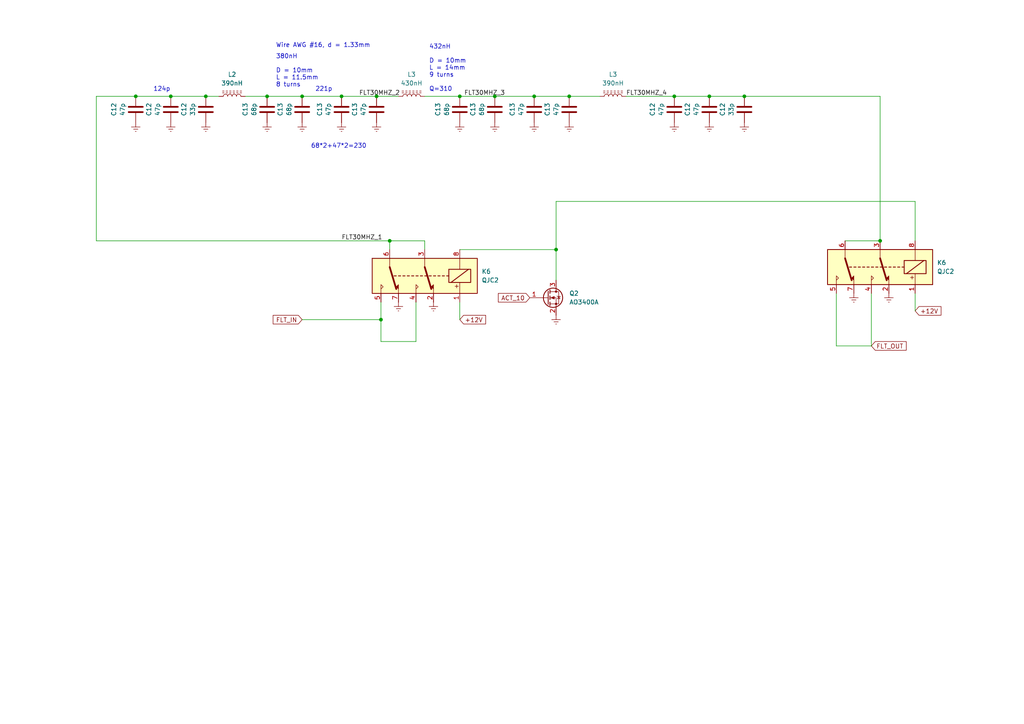
<source format=kicad_sch>
(kicad_sch (version 20230121) (generator eeschema)
  (paper "A4")
  (lib_symbols
    (symbol "Device:C" (pin_numbers hide) (pin_names (offset 0.254))
      (property "Reference" "C" (at 0.635 2.54 0))
      (property "Value" "C" (at 0.635 -2.54 0))
      (symbol "C_0_1"
        (polyline (pts (xy -2.032 -0.762) (xy 2.032 -0.762)) (stroke (width 0.508)))
        (polyline (pts (xy -2.032 0.762) (xy 2.032 0.762)) (stroke (width 0.508)))
      )
      (symbol "C_1_1"
        (pin passive line (at 0 3.81 270) (length 2.794) (name "~") (number "1"))
        (pin passive line (at 0 -3.81 90) (length 2.794) (name "~") (number "2"))
      )
    )
    (symbol "Device:L_Ferrite" (pin_numbers hide) (pin_names (offset 1.016) hide)
      (property "Reference" "L" (at -1.27 0 90))
      (property "Value" "L_Ferrite" (at 2.794 0 90))
      (symbol "L_Ferrite_0_1"
        (arc (start 0 -2.54) (mid 0.6323 -1.905) (end 0 -1.27))
        (arc (start 0 -1.27) (mid 0.6323 -0.635) (end 0 0))
        (polyline (pts (xy 1.016 -2.794) (xy 1.016 -2.286)))
        (polyline (pts (xy 1.016 -1.778) (xy 1.016 -1.27)))
        (polyline (pts (xy 1.016 -0.762) (xy 1.016 -0.254)))
        (polyline (pts (xy 1.016 0.254) (xy 1.016 0.762)))
        (polyline (pts (xy 1.016 1.27) (xy 1.016 1.778)))
        (polyline (pts (xy 1.016 2.286) (xy 1.016 2.794)))
        (polyline (pts (xy 1.524 -2.286) (xy 1.524 -2.794)))
        (polyline (pts (xy 1.524 -1.27) (xy 1.524 -1.778)))
        (polyline (pts (xy 1.524 -0.254) (xy 1.524 -0.762)))
        (polyline (pts (xy 1.524 0.762) (xy 1.524 0.254)))
        (polyline (pts (xy 1.524 1.778) (xy 1.524 1.27)))
        (polyline (pts (xy 1.524 2.794) (xy 1.524 2.286)))
        (arc (start 0 0) (mid 0.6323 0.635) (end 0 1.27))
        (arc (start 0 1.27) (mid 0.6323 1.905) (end 0 2.54))
      )
      (symbol "L_Ferrite_1_1"
        (pin passive line (at 0 3.81 270) (length 1.27) (name "1") (number "1"))
        (pin passive line (at 0 -3.81 90) (length 1.27) (name "2") (number "2"))
      )
    )
    (symbol "Relay:G6K-2"
      (property "Reference" "K" (at 16.51 3.81 0))
      (property "Value" "G6K-2" (at 16.51 1.27 0))
      (symbol "G6K-2_0_0"
        (text "+" (at -9.271 2.921 0) (effects (font (size 1.27 1.27))))
      )
      (symbol "G6K-2_0_1"
        (rectangle (start -15.24 5.08) (end 15.24 -5.08) (stroke (width 0.254)) (fill (type background)))
        (rectangle (start -13.335 1.905) (end -6.985 -1.905) (stroke (width 0.254)))
        (polyline (pts (xy -12.7 -1.905) (xy -7.62 1.905)) (stroke (width 0.254)))
        (polyline (pts (xy -10.16 -5.08) (xy -10.16 -1.905)))
        (polyline (pts (xy -10.16 5.08) (xy -10.16 1.905)))
        (polyline (pts (xy -6.985 0) (xy -6.35 0)) (stroke (width 0.254)))
        (polyline (pts (xy -5.715 0) (xy -5.08 0)) (stroke (width 0.254)))
        (polyline (pts (xy -4.445 0) (xy -3.81 0)) (stroke (width 0.254)))
        (polyline (pts (xy -3.175 0) (xy -2.54 0)) (stroke (width 0.254)))
        (polyline (pts (xy -1.905 0) (xy -1.27 0)) (stroke (width 0.254)))
        (polyline (pts (xy -0.635 0) (xy 0 0)) (stroke (width 0.254)))
        (polyline (pts (xy 0 -2.54) (xy -1.905 3.81)) (stroke (width 0.508)))
        (polyline (pts (xy 0 -2.54) (xy 0 -5.08)))
        (polyline (pts (xy 0.635 0) (xy 1.27 0)) (stroke (width 0.254)))
        (polyline (pts (xy 1.905 0) (xy 2.54 0)) (stroke (width 0.254)))
        (polyline (pts (xy 3.175 0) (xy 3.81 0)) (stroke (width 0.254)))
        (polyline (pts (xy 4.445 0) (xy 5.08 0)) (stroke (width 0.254)))
        (polyline (pts (xy 5.715 0) (xy 6.35 0)) (stroke (width 0.254)))
        (polyline (pts (xy 6.985 0) (xy 7.62 0)) (stroke (width 0.254)))
        (polyline (pts (xy 8.255 0) (xy 8.89 0)) (stroke (width 0.254)))
        (polyline (pts (xy 10.16 -2.54) (xy 8.255 3.81)) (stroke (width 0.508)))
        (polyline (pts (xy 10.16 -2.54) (xy 10.16 -5.08)))
        (polyline (pts (xy -2.54 5.08) (xy -2.54 2.54) (xy -1.905 3.175) (xy -2.54 3.81)) (fill (type outline)))
        (polyline (pts (xy 2.54 5.08) (xy 2.54 2.54) (xy 1.905 3.175) (xy 2.54 3.81)))
        (polyline (pts (xy 7.62 5.08) (xy 7.62 2.54) (xy 8.255 3.175) (xy 7.62 3.81)) (fill (type outline)))
        (polyline (pts (xy 12.7 5.08) (xy 12.7 2.54) (xy 12.065 3.175) (xy 12.7 3.81)))
      )
      (symbol "G6K-2_1_1"
        (pin passive line (at -10.16 7.62 270) (length 2.54) (name "~") (number "1"))
        (pin passive line (at -2.54 7.62 270) (length 2.54) (name "~") (number "2"))
        (pin passive line (at 0 -7.62 90) (length 2.54) (name "~") (number "3"))
        (pin passive line (at 2.54 7.62 270) (length 2.54) (name "~") (number "4"))
        (pin passive line (at 12.7 7.62 270) (length 2.54) (name "~") (number "5"))
        (pin passive line (at 10.16 -7.62 90) (length 2.54) (name "~") (number "6"))
        (pin passive line (at 7.62 7.62 270) (length 2.54) (name "~") (number "7"))
        (pin passive line (at -10.16 -7.62 90) (length 2.54) (name "~") (number "8"))
      )
    )
    (symbol "Transistor_FET:AO3400A" (pin_names hide)
      (property "Reference" "Q" (at 5.08 1.905 0))
      (property "Value" "AO3400A" (at 5.08 0 0))
      (symbol "AO3400A_0_1"
        (polyline (pts (xy 0.254 0) (xy -2.54 0)))
        (polyline (pts (xy 0.254 1.905) (xy 0.254 -1.905)) (stroke (width 0.254)))
        (polyline (pts (xy 0.762 -1.27) (xy 0.762 -2.286)) (stroke (width 0.254)))
        (polyline (pts (xy 0.762 0.508) (xy 0.762 -0.508)) (stroke (width 0.254)))
        (polyline (pts (xy 0.762 2.286) (xy 0.762 1.27)) (stroke (width 0.254)))
        (polyline (pts (xy 2.54 2.54) (xy 2.54 1.778)))
        (polyline (pts (xy 2.54 -2.54) (xy 2.54 0) (xy 0.762 0)))
        (polyline (pts (xy 0.762 -1.778) (xy 3.302 -1.778) (xy 3.302 1.778) (xy 0.762 1.778)))
        (polyline (pts (xy 1.016 0) (xy 2.032 0.381) (xy 2.032 -0.381) (xy 1.016 0)) (fill (type outline)))
        (polyline (pts (xy 2.794 0.508) (xy 2.921 0.381) (xy 3.683 0.381) (xy 3.81 0.254)))
        (polyline (pts (xy 3.302 0.381) (xy 2.921 -0.254) (xy 3.683 -0.254) (xy 3.302 0.381)))
        (circle (center 1.651 0) (radius 2.794) (stroke (width 0.254)))
        (circle (center 2.54 -1.778) (radius 0.254) (fill (type outline)))
        (circle (center 2.54 1.778) (radius 0.254) (fill (type outline)))
      )
      (symbol "AO3400A_1_1"
        (pin input line (at -5.08 0 0) (length 2.54) (name "G") (number "1"))
        (pin passive line (at 2.54 -5.08 90) (length 2.54) (name "S") (number "2"))
        (pin passive line (at 2.54 5.08 270) (length 2.54) (name "D") (number "3"))
      )
    )
    (symbol "power:Earth" (power) (pin_names (offset 0))
      (symbol "Earth_0_1"
        (polyline (pts (xy -0.635 -1.905) (xy 0.635 -1.905)))
        (polyline (pts (xy -0.127 -2.54) (xy 0.127 -2.54)))
        (polyline (pts (xy 0 -1.27) (xy 0 0)))
        (polyline (pts (xy 1.27 -1.27) (xy -1.27 -1.27)))
      )
      (symbol "Earth_1_1"
        (pin power_in line (at 0 0 270) (length 0) hide (name "Earth") (number "1"))
      )
    )
  )
  (junction (at 255.27 69.85))
  (junction (at 205.74 27.94))
  (junction (at 87.63 27.94))
  (junction (at 165.1 27.94))
  (junction (at 49.53 27.94))
  (junction (at 77.47 27.94))
  (junction (at 154.94 27.94))
  (junction (at 99.06 27.94))
  (junction (at 161.29 72.39))
  (junction (at 113.03 69.85))
  (junction (at 59.69 27.94))
  (junction (at 133.35 27.94))
  (junction (at 39.37 27.94))
  (junction (at 195.58 27.94))
  (junction (at 143.51 27.94))
  (junction (at 110.49 92.71))
  (junction (at 215.9 27.94))
  (junction (at 109.22 27.94))
  (wire (pts (xy 123.19 72.39) (xy 123.19 69.85)))
  (wire (pts (xy 113.03 72.39) (xy 113.03 69.85)))
  (wire (pts (xy 77.47 27.94) (xy 87.63 27.94)))
  (wire (pts (xy 123.19 27.94) (xy 133.35 27.94)))
  (wire (pts (xy 71.12 27.94) (xy 77.47 27.94)))
  (wire (pts (xy 59.69 27.94) (xy 63.5 27.94)))
  (wire (pts (xy 87.63 27.94) (xy 99.06 27.94)))
  (wire (pts (xy 39.37 27.94) (xy 49.53 27.94)))
  (wire (pts (xy 120.65 99.06) (xy 110.49 99.06)))
  (wire (pts (xy 255.27 69.85) (xy 255.27 27.94)))
  (wire (pts (xy 110.49 99.06) (xy 110.49 92.71)))
  (wire (pts (xy 120.65 87.63) (xy 120.65 99.06)))
  (wire (pts (xy 205.74 27.94) (xy 215.9 27.94)))
  (wire (pts (xy 133.35 92.71) (xy 133.35 87.63)))
  (wire (pts (xy 27.94 69.85) (xy 27.94 27.94)))
  (wire (pts (xy 165.1 27.94) (xy 173.99 27.94)))
  (wire (pts (xy 181.61 27.94) (xy 195.58 27.94)))
  (wire (pts (xy 161.29 72.39) (xy 161.29 81.28)))
  (wire (pts (xy 161.29 58.42) (xy 161.29 72.39)))
  (wire (pts (xy 195.58 27.94) (xy 205.74 27.94)))
  (wire (pts (xy 113.03 69.85) (xy 123.19 69.85)))
  (wire (pts (xy 154.94 27.94) (xy 165.1 27.94)))
  (wire (pts (xy 245.11 69.85) (xy 255.27 69.85)))
  (wire (pts (xy 133.35 72.39) (xy 161.29 72.39)))
  (wire (pts (xy 252.73 100.33) (xy 242.57 100.33)))
  (wire (pts (xy 27.94 27.94) (xy 39.37 27.94)))
  (wire (pts (xy 242.57 100.33) (xy 242.57 85.09)))
  (wire (pts (xy 143.51 27.94) (xy 154.94 27.94)))
  (wire (pts (xy 49.53 27.94) (xy 59.69 27.94)))
  (wire (pts (xy 265.43 58.42) (xy 161.29 58.42)))
  (wire (pts (xy 265.43 85.09) (xy 265.43 90.17)))
  (wire (pts (xy 113.03 69.85) (xy 27.94 69.85)))
  (wire (pts (xy 215.9 27.94) (xy 255.27 27.94)))
  (wire (pts (xy 133.35 27.94) (xy 143.51 27.94)))
  (wire (pts (xy 110.49 87.63) (xy 110.49 92.71)))
  (wire (pts (xy 87.63 92.71) (xy 110.49 92.71)))
  (wire (pts (xy 109.22 27.94) (xy 115.57 27.94)))
  (wire (pts (xy 252.73 85.09) (xy 252.73 100.33)))
  (wire (pts (xy 99.06 27.94) (xy 109.22 27.94)))
  (wire (pts (xy 265.43 69.85) (xy 265.43 58.42)))
  (text "432nH\n\nD = 10mm\nL = 14mm\n9 turns\n\nQ=310\n" (at 124.46 26.67 0) (effects (font (size 1.27 1.27)) (justify left bottom)))
  (text "68*2+47*2=230" (at 90.17 43.18 0) (effects (font (size 1.27 1.27)) (justify left bottom)))
  (text "124p" (at 44.45 26.67 0) (effects (font (size 1.27 1.27)) (justify left bottom)))
  (text "380nH\n\nD = 10mm\nL = 11.5mm\n8 turns" (at 80.01 25.4 0) (effects (font (size 1.27 1.27)) (justify left bottom)))
  (text "Wire AWG #16, d = 1.33mm" (at 80.01 13.97 0) (effects (font (size 1.27 1.27)) (justify left bottom)))
  (text "221p" (at 91.44 26.67 0) (effects (font (size 1.27 1.27)) (justify left bottom)))
  (label "FLT30MHZ_1" (at 99.06 69.85 0))
  (label "FLT30MHZ_3" (at 134.62 27.94 0))
  (label "FLT30MHZ_2" (at 104.14 27.94 0))
  (label "FLT30MHZ_4" (at 181.61 27.94 0))
  (global_label "FLT_IN" (shape input) (at 87.63 92.71 180) (property "Intersheetrefs" "${INTERSHEET_REFS}" (effects hide)))
  (global_label "+12V" (shape input) (at 265.43 90.17 0) (property "Intersheetrefs" "${INTERSHEET_REFS}" (effects hide)))
  (global_label "ACT_10" (shape input) (at 153.67 86.36 180) (property "Intersheetrefs" "${INTERSHEET_REFS}" (effects hide)))
  (global_label "FLT_OUT" (shape input) (at 252.73 100.33 0) (property "Intersheetrefs" "${INTERSHEET_REFS}" (effects hide)))
  (global_label "+12V" (shape input) (at 133.35 92.71 0) (property "Intersheetrefs" "${INTERSHEET_REFS}" (effects hide)))
  (symbol (lib_id "power:Earth") (at 39.37 35.56 0) (mirror y) (unit 1)
    (property "Reference" "#PWR018" (effects hide))
    (property "Value" "Earth" (effects hide))
    (instances (project "PA_LPF" (path "" (reference "#PWR018") (unit 1))) (project "BPF_TX_INJ" (path "" (reference "#PWR025") (unit 1))) (project "HiPowerLPF" (path "" (reference "#PWR09") (unit 1)) (path "" (reference "#PWR043") (unit 1)) (path "" (reference "#PWR09") (unit 1)) (path "" (reference "#PWR017") (unit 1)) (path "" (reference "#PWR025") (unit 1)) (path "" (reference "#PWR086") (unit 1))) (project "RF_PA" (path "" (reference "#PWR014") (unit 1))) (project "AD831_Mixer" (path "" (reference "#PWR020") (unit 1))))
  )
  (symbol (lib_id "Device:C") (at 87.63 31.75 0) (mirror x) (unit 1)
    (property "Reference" "C13" (at 81.28 31.75 90))
    (property "Value" "68p" (at 83.82 31.75 90))
    (property "Footprint" "Capacitor_SMD:C_1206_3216Metric" (effects hide))
    (instances (project "PA_LPF" (path "" (reference "C13") (unit 1))) (project "BPF_TX_INJ" (path "" (reference "C15") (unit 1))) (project "HiPowerLPF" (path "" (reference "C4") (unit 1)) (path "" (reference "C17") (unit 1)) (path "" (reference "C4") (unit 1)) (path "" (reference "C8") (unit 1)) (path "" (reference "C20") (unit 1)) (path "" (reference "C59") (unit 1))) (project "RF_PA" (path "" (reference "C4") (unit 1))) (project "AD831_Mixer" (path "" (reference "C19") (unit 1))))
  )
  (symbol (lib_id "Device:C") (at 99.06 31.75 0) (mirror x) (unit 1)
    (property "Reference" "C13" (at 92.71 31.75 90))
    (property "Value" "47p" (at 95.25 31.75 90))
    (property "Footprint" "Capacitor_SMD:C_1206_3216Metric" (effects hide))
    (instances (project "PA_LPF" (path "" (reference "C13") (unit 1))) (project "BPF_TX_INJ" (path "" (reference "C15") (unit 1))) (project "HiPowerLPF" (path "" (reference "C4") (unit 1)) (path "" (reference "C17") (unit 1)) (path "" (reference "C4") (unit 1)) (path "" (reference "C8") (unit 1)) (path "" (reference "C20") (unit 1)) (path "" (reference "C60") (unit 1))) (project "RF_PA" (path "" (reference "C4") (unit 1))) (project "AD831_Mixer" (path "" (reference "C19") (unit 1))))
  )
  (symbol (lib_id "power:Earth") (at 161.29 91.44 0) (mirror y) (unit 1)
    (property "Reference" "#PWR022" (effects hide))
    (property "Value" "Earth" (effects hide))
    (instances (project "PA_LPF" (path "" (reference "#PWR022") (unit 1))) (project "BPF_TX_INJ" (path "" (reference "#PWR023") (unit 1))) (project "HiPowerLPF" (path "" (reference "#PWR013") (unit 1)) (path "" (reference "#PWR049") (unit 1)) (path "" (reference "#PWR015") (unit 1)) (path "" (reference "#PWR022") (unit 1)) (path "" (reference "#PWR053") (unit 1)) (path "" (reference "#PWR060") (unit 1))) (project "RF_PA" (path "" (reference "#PWR019") (unit 1))) (project "AD831_Mixer" (path "" (reference "#PWR020") (unit 1))))
  )
  (symbol (lib_id "Device:C") (at 143.51 31.75 0) (mirror x) (unit 1)
    (property "Reference" "C13" (at 137.16 31.75 90))
    (property "Value" "68p" (at 139.7 31.75 90))
    (property "Footprint" "Capacitor_SMD:C_1206_3216Metric" (effects hide))
    (instances (project "PA_LPF" (path "" (reference "C13") (unit 1))) (project "BPF_TX_INJ" (path "" (reference "C15") (unit 1))) (project "HiPowerLPF" (path "" (reference "C4") (unit 1)) (path "" (reference "C17") (unit 1)) (path "" (reference "C4") (unit 1)) (path "" (reference "C8") (unit 1)) (path "" (reference "C20") (unit 1)) (path "" (reference "C26") (unit 1))) (project "RF_PA" (path "" (reference "C4") (unit 1))) (project "AD831_Mixer" (path "" (reference "C19") (unit 1))))
  )
  (symbol (lib_id "power:Earth") (at 109.22 35.56 0) (mirror y) (unit 1)
    (property "Reference" "#PWR020" (effects hide))
    (property "Value" "Earth" (effects hide))
    (instances (project "PA_LPF" (path "" (reference "#PWR020") (unit 1))) (project "BPF_TX_INJ" (path "" (reference "#PWR025") (unit 1))) (project "HiPowerLPF" (path "" (reference "#PWR011") (unit 1)) (path "" (reference "#PWR044") (unit 1)) (path "" (reference "#PWR011") (unit 1)) (path "" (reference "#PWR018") (unit 1)) (path "" (reference "#PWR026") (unit 1)) (path "" (reference "#PWR089") (unit 1))) (project "RF_PA" (path "" (reference "#PWR012") (unit 1))) (project "AD831_Mixer" (path "" (reference "#PWR020") (unit 1))))
  )
  (symbol (lib_id "Device:C") (at 215.9 31.75 0) (mirror x) (unit 1)
    (property "Reference" "C12" (at 209.55 31.75 90))
    (property "Value" "33p" (at 212.09 31.75 90))
    (property "Footprint" "Capacitor_SMD:C_1206_3216Metric" (effects hide))
    (instances (project "PA_LPF" (path "" (reference "C12") (unit 1))) (project "BPF_TX_INJ" (path "" (reference "C15") (unit 1))) (project "HiPowerLPF" (path "" (reference "C3") (unit 1)) (path "" (reference "C16") (unit 1)) (path "" (reference "C3") (unit 1)) (path "" (reference "C7") (unit 1)) (path "" (reference "C11") (unit 1)) (path "" (reference "C64") (unit 1))) (project "RF_PA" (path "" (reference "C3") (unit 1))) (project "AD831_Mixer" (path "" (reference "C19") (unit 1))))
  )
  (symbol (lib_id "power:Earth") (at 115.57 87.63 0) (mirror y) (unit 1)
    (property "Reference" "#PWR021" (effects hide))
    (property "Value" "Earth" (effects hide))
    (instances (project "PA_LPF" (path "" (reference "#PWR021") (unit 1))) (project "BPF_TX_INJ" (path "" (reference "#PWR022") (unit 1))) (project "HiPowerLPF" (path "" (reference "#PWR012") (unit 1)) (path "" (reference "#PWR045") (unit 1)) (path "" (reference "#PWR012") (unit 1)) (path "" (reference "#PWR019") (unit 1)) (path "" (reference "#PWR050") (unit 1)) (path "" (reference "#PWR057") (unit 1))) (project "RF_PA" (path "" (reference "#PWR016") (unit 1))) (project "AD831_Mixer" (path "" (reference "#PWR020") (unit 1))))
  )
  (symbol (lib_id "power:Earth") (at 154.94 35.56 0) (mirror y) (unit 1)
    (property "Reference" "#PWR020" (effects hide))
    (property "Value" "Earth" (effects hide))
    (instances (project "PA_LPF" (path "" (reference "#PWR020") (unit 1))) (project "BPF_TX_INJ" (path "" (reference "#PWR025") (unit 1))) (project "HiPowerLPF" (path "" (reference "#PWR011") (unit 1)) (path "" (reference "#PWR044") (unit 1)) (path "" (reference "#PWR011") (unit 1)) (path "" (reference "#PWR018") (unit 1)) (path "" (reference "#PWR026") (unit 1)) (path "" (reference "#PWR093") (unit 1))) (project "RF_PA" (path "" (reference "#PWR012") (unit 1))) (project "AD831_Mixer" (path "" (reference "#PWR020") (unit 1))))
  )
  (symbol (lib_id "Device:C") (at 39.37 31.75 0) (mirror x) (unit 1)
    (property "Reference" "C12" (at 33.02 31.75 90))
    (property "Value" "47p" (at 35.56 31.75 90))
    (property "Footprint" "Capacitor_SMD:C_1206_3216Metric" (effects hide))
    (instances (project "PA_LPF" (path "" (reference "C12") (unit 1))) (project "BPF_TX_INJ" (path "" (reference "C15") (unit 1))) (project "HiPowerLPF" (path "" (reference "C3") (unit 1)) (path "" (reference "C16") (unit 1)) (path "" (reference "C3") (unit 1)) (path "" (reference "C7") (unit 1)) (path "" (reference "C11") (unit 1)) (path "" (reference "C58") (unit 1))) (project "RF_PA" (path "" (reference "C3") (unit 1))) (project "AD831_Mixer" (path "" (reference "C19") (unit 1))))
  )
  (symbol (lib_id "power:Earth") (at 87.63 35.56 0) (mirror y) (unit 1)
    (property "Reference" "#PWR020" (effects hide))
    (property "Value" "Earth" (effects hide))
    (instances (project "PA_LPF" (path "" (reference "#PWR020") (unit 1))) (project "BPF_TX_INJ" (path "" (reference "#PWR025") (unit 1))) (project "HiPowerLPF" (path "" (reference "#PWR011") (unit 1)) (path "" (reference "#PWR044") (unit 1)) (path "" (reference "#PWR011") (unit 1)) (path "" (reference "#PWR018") (unit 1)) (path "" (reference "#PWR026") (unit 1)) (path "" (reference "#PWR087") (unit 1))) (project "RF_PA" (path "" (reference "#PWR012") (unit 1))) (project "AD831_Mixer" (path "" (reference "#PWR020") (unit 1))))
  )
  (symbol (lib_id "power:Earth") (at 125.73 87.63 0) (mirror y) (unit 1)
    (property "Reference" "#PWR022" (effects hide))
    (property "Value" "Earth" (effects hide))
    (instances (project "PA_LPF" (path "" (reference "#PWR022") (unit 1))) (project "BPF_TX_INJ" (path "" (reference "#PWR023") (unit 1))) (project "HiPowerLPF" (path "" (reference "#PWR013") (unit 1)) (path "" (reference "#PWR046") (unit 1)) (path "" (reference "#PWR013") (unit 1)) (path "" (reference "#PWR020") (unit 1)) (path "" (reference "#PWR051") (unit 1)) (path "" (reference "#PWR058") (unit 1))) (project "RF_PA" (path "" (reference "#PWR019") (unit 1))) (project "AD831_Mixer" (path "" (reference "#PWR020") (unit 1))))
  )
  (symbol (lib_id "Transistor_FET:AO3400A") (at 158.75 86.36 0) (unit 1)
    (property "Reference" "Q2" (at 165.1 85.09 0) (effects (justify left)))
    (property "Value" "AO3400A" (at 165.1 87.63 0) (effects (justify left)))
    (property "Footprint" "Package_TO_SOT_SMD:SOT-23" (effects hide))
    (property "Datasheet" "http://www.aosmd.com/pdfs/datasheet/AO3400A.pdf" (effects hide))
    (instances (project "HiPowerLPF" (path "" (reference "Q2") (unit 1)) (path "" (reference "Q3") (unit 1)) (path "" (reference "Q4") (unit 1)) (path "" (reference "Q5") (unit 1)) (path "" (reference "Q6") (unit 1))))
  )
  (symbol (lib_id "Relay:G6K-2") (at 123.19 80.01 180) (unit 1)
    (property "Reference" "K6" (at 139.7 78.74 0) (effects (justify right)))
    (property "Value" "QJC2" (at 139.7 81.28 0) (effects (justify right)))
    (property "Footprint" "PhilsFootprintLibrary:Relay_QJC2" (effects hide))
    (property "Datasheet" "http://omronfs.omron.com/en_US/ecb/products/pdf/en-g6k.pdf" (effects hide))
    (instances (project "HiPowerLPF" (path "" (reference "K6") (unit 1)) (path "" (reference "K1") (unit 1)) (path "" (reference "K2") (unit 1)) (path "" (reference "K4") (unit 1)) (path "" (reference "K5") (unit 1))))
  )
  (symbol (lib_id "power:Earth") (at 59.69 35.56 0) (mirror y) (unit 1)
    (property "Reference" "#PWR018" (effects hide))
    (property "Value" "Earth" (effects hide))
    (instances (project "PA_LPF" (path "" (reference "#PWR018") (unit 1))) (project "BPF_TX_INJ" (path "" (reference "#PWR025") (unit 1))) (project "HiPowerLPF" (path "" (reference "#PWR09") (unit 1)) (path "" (reference "#PWR043") (unit 1)) (path "" (reference "#PWR09") (unit 1)) (path "" (reference "#PWR017") (unit 1)) (path "" (reference "#PWR025") (unit 1)) (path "" (reference "#PWR055") (unit 1))) (project "RF_PA" (path "" (reference "#PWR014") (unit 1))) (project "AD831_Mixer" (path "" (reference "#PWR020") (unit 1))))
  )
  (symbol (lib_id "Device:C") (at 109.22 31.75 0) (mirror x) (unit 1)
    (property "Reference" "C13" (at 102.87 31.75 90))
    (property "Value" "47p" (at 105.41 31.75 90))
    (property "Footprint" "Capacitor_SMD:C_1206_3216Metric" (effects hide))
    (instances (project "PA_LPF" (path "" (reference "C13") (unit 1))) (project "BPF_TX_INJ" (path "" (reference "C15") (unit 1))) (project "HiPowerLPF" (path "" (reference "C4") (unit 1)) (path "" (reference "C17") (unit 1)) (path "" (reference "C4") (unit 1)) (path "" (reference "C8") (unit 1)) (path "" (reference "C20") (unit 1)) (path "" (reference "C61") (unit 1))) (project "RF_PA" (path "" (reference "C4") (unit 1))) (project "AD831_Mixer" (path "" (reference "C19") (unit 1))))
  )
  (symbol (lib_id "power:Earth") (at 77.47 35.56 0) (mirror y) (unit 1)
    (property "Reference" "#PWR020" (effects hide))
    (property "Value" "Earth" (effects hide))
    (instances (project "PA_LPF" (path "" (reference "#PWR020") (unit 1))) (project "BPF_TX_INJ" (path "" (reference "#PWR025") (unit 1))) (project "HiPowerLPF" (path "" (reference "#PWR011") (unit 1)) (path "" (reference "#PWR044") (unit 1)) (path "" (reference "#PWR011") (unit 1)) (path "" (reference "#PWR018") (unit 1)) (path "" (reference "#PWR026") (unit 1)) (path "" (reference "#PWR056") (unit 1))) (project "RF_PA" (path "" (reference "#PWR012") (unit 1))) (project "AD831_Mixer" (path "" (reference "#PWR020") (unit 1))))
  )
  (symbol (lib_id "power:Earth") (at 205.74 35.56 0) (mirror y) (unit 1)
    (property "Reference" "#PWR018" (effects hide))
    (property "Value" "Earth" (effects hide))
    (instances (project "PA_LPF" (path "" (reference "#PWR018") (unit 1))) (project "BPF_TX_INJ" (path "" (reference "#PWR025") (unit 1))) (project "HiPowerLPF" (path "" (reference "#PWR09") (unit 1)) (path "" (reference "#PWR043") (unit 1)) (path "" (reference "#PWR09") (unit 1)) (path "" (reference "#PWR017") (unit 1)) (path "" (reference "#PWR025") (unit 1)) (path "" (reference "#PWR091") (unit 1))) (project "RF_PA" (path "" (reference "#PWR014") (unit 1))) (project "AD831_Mixer" (path "" (reference "#PWR020") (unit 1))))
  )
  (symbol (lib_id "Device:C") (at 195.58 31.75 0) (mirror x) (unit 1)
    (property "Reference" "C12" (at 189.23 31.75 90))
    (property "Value" "47p" (at 191.77 31.75 90))
    (property "Footprint" "Capacitor_SMD:C_1206_3216Metric" (effects hide))
    (instances (project "PA_LPF" (path "" (reference "C12") (unit 1))) (project "BPF_TX_INJ" (path "" (reference "C15") (unit 1))) (project "HiPowerLPF" (path "" (reference "C3") (unit 1)) (path "" (reference "C16") (unit 1)) (path "" (reference "C3") (unit 1)) (path "" (reference "C7") (unit 1)) (path "" (reference "C11") (unit 1)) (path "" (reference "C62") (unit 1))) (project "RF_PA" (path "" (reference "C3") (unit 1))) (project "AD831_Mixer" (path "" (reference "C19") (unit 1))))
  )
  (symbol (lib_id "Relay:G6K-2") (at 255.27 77.47 180) (unit 1)
    (property "Reference" "K6" (at 271.78 76.2 0) (effects (justify right)))
    (property "Value" "QJC2" (at 271.78 78.74 0) (effects (justify right)))
    (property "Footprint" "PhilsFootprintLibrary:Relay_QJC2" (effects hide))
    (property "Datasheet" "http://omronfs.omron.com/en_US/ecb/products/pdf/en-g6k.pdf" (effects hide))
    (instances (project "HiPowerLPF" (path "" (reference "K6") (unit 1)) (path "" (reference "K1") (unit 1)) (path "" (reference "K2") (unit 1)) (path "" (reference "K4") (unit 1)) (path "" (reference "K11") (unit 1))))
  )
  (symbol (lib_id "Device:C") (at 133.35 31.75 0) (mirror x) (unit 1)
    (property "Reference" "C13" (at 127 31.75 90))
    (property "Value" "68p" (at 129.54 31.75 90))
    (property "Footprint" "Capacitor_SMD:C_1206_3216Metric" (effects hide))
    (instances (project "PA_LPF" (path "" (reference "C13") (unit 1))) (project "BPF_TX_INJ" (path "" (reference "C15") (unit 1))) (project "HiPowerLPF" (path "" (reference "C4") (unit 1)) (path "" (reference "C17") (unit 1)) (path "" (reference "C4") (unit 1)) (path "" (reference "C8") (unit 1)) (path "" (reference "C20") (unit 1)) (path "" (reference "C25") (unit 1))) (project "RF_PA" (path "" (reference "C4") (unit 1))) (project "AD831_Mixer" (path "" (reference "C19") (unit 1))))
  )
  (symbol (lib_id "power:Earth") (at 99.06 35.56 0) (mirror y) (unit 1)
    (property "Reference" "#PWR020" (effects hide))
    (property "Value" "Earth" (effects hide))
    (instances (project "PA_LPF" (path "" (reference "#PWR020") (unit 1))) (project "BPF_TX_INJ" (path "" (reference "#PWR025") (unit 1))) (project "HiPowerLPF" (path "" (reference "#PWR011") (unit 1)) (path "" (reference "#PWR044") (unit 1)) (path "" (reference "#PWR011") (unit 1)) (path "" (reference "#PWR018") (unit 1)) (path "" (reference "#PWR026") (unit 1)) (path "" (reference "#PWR088") (unit 1))) (project "RF_PA" (path "" (reference "#PWR012") (unit 1))) (project "AD831_Mixer" (path "" (reference "#PWR020") (unit 1))))
  )
  (symbol (lib_id "power:Earth") (at 215.9 35.56 0) (mirror y) (unit 1)
    (property "Reference" "#PWR018" (effects hide))
    (property "Value" "Earth" (effects hide))
    (instances (project "PA_LPF" (path "" (reference "#PWR018") (unit 1))) (project "BPF_TX_INJ" (path "" (reference "#PWR025") (unit 1))) (project "HiPowerLPF" (path "" (reference "#PWR09") (unit 1)) (path "" (reference "#PWR043") (unit 1)) (path "" (reference "#PWR09") (unit 1)) (path "" (reference "#PWR017") (unit 1)) (path "" (reference "#PWR025") (unit 1)) (path "" (reference "#PWR092") (unit 1))) (project "RF_PA" (path "" (reference "#PWR014") (unit 1))) (project "AD831_Mixer" (path "" (reference "#PWR020") (unit 1))))
  )
  (symbol (lib_id "Device:L_Ferrite") (at 119.38 27.94 90) (unit 1)
    (property "Reference" "L3" (at 119.38 21.59 90))
    (property "Value" "430nH" (at 119.38 24.13 90))
    (property "Footprint" "PhilsFootprintLibrary:L_AirCore_L15_P15mm" (effects hide))
    (instances (project "PA_LPF" (path "" (reference "L3") (unit 1))) (project "HiPowerLPF" (path "" (reference "L2") (unit 1)) (path "" (reference "L7") (unit 1)) (path "" (reference "L2") (unit 1)) (path "" (reference "L8") (unit 1)) (path "" (reference "L11") (unit 1)) (path "" (reference "L14") (unit 1))) (project "RF_PA" (path "" (reference "L2") (unit 1))))
  )
  (symbol (lib_id "power:Earth") (at 133.35 35.56 0) (mirror y) (unit 1)
    (property "Reference" "#PWR020" (effects hide))
    (property "Value" "Earth" (effects hide))
    (instances (project "PA_LPF" (path "" (reference "#PWR020") (unit 1))) (project "BPF_TX_INJ" (path "" (reference "#PWR025") (unit 1))) (project "HiPowerLPF" (path "" (reference "#PWR011") (unit 1)) (path "" (reference "#PWR044") (unit 1)) (path "" (reference "#PWR011") (unit 1)) (path "" (reference "#PWR018") (unit 1)) (path "" (reference "#PWR026") (unit 1)) (path "" (reference "#PWR059") (unit 1))) (project "RF_PA" (path "" (reference "#PWR012") (unit 1))) (project "AD831_Mixer" (path "" (reference "#PWR020") (unit 1))))
  )
  (symbol (lib_id "Device:L_Ferrite") (at 177.8 27.94 90) (unit 1)
    (property "Reference" "L3" (at 177.8 21.59 90))
    (property "Value" "390nH" (at 177.8 24.13 90))
    (property "Footprint" "PhilsFootprintLibrary:L_AirCore_L15_P15mm" (effects hide))
    (instances (project "PA_LPF" (path "" (reference "L3") (unit 1))) (project "HiPowerLPF" (path "" (reference "L2") (unit 1)) (path "" (reference "L6") (unit 1)) (path "" (reference "L3") (unit 1)) (path "" (reference "L9") (unit 1)) (path "" (reference "L12") (unit 1)) (path "" (reference "L15") (unit 1))) (project "RF_PA" (path "" (reference "L2") (unit 1))))
  )
  (symbol (lib_id "power:Earth") (at 247.65 85.09 0) (mirror y) (unit 1)
    (property "Reference" "#PWR022" (effects hide))
    (property "Value" "Earth" (effects hide))
    (instances (project "PA_LPF" (path "" (reference "#PWR022") (unit 1))) (project "BPF_TX_INJ" (path "" (reference "#PWR023") (unit 1))) (project "HiPowerLPF" (path "" (reference "#PWR013") (unit 1)) (path "" (reference "#PWR046") (unit 1)) (path "" (reference "#PWR013") (unit 1)) (path "" (reference "#PWR020") (unit 1)) (path "" (reference "#PWR051") (unit 1)) (path "" (reference "#PWR084") (unit 1))) (project "RF_PA" (path "" (reference "#PWR019") (unit 1))) (project "AD831_Mixer" (path "" (reference "#PWR020") (unit 1))))
  )
  (symbol (lib_id "power:Earth") (at 143.51 35.56 0) (mirror y) (unit 1)
    (property "Reference" "#PWR020" (effects hide))
    (property "Value" "Earth" (effects hide))
    (instances (project "PA_LPF" (path "" (reference "#PWR020") (unit 1))) (project "BPF_TX_INJ" (path "" (reference "#PWR025") (unit 1))) (project "HiPowerLPF" (path "" (reference "#PWR011") (unit 1)) (path "" (reference "#PWR044") (unit 1)) (path "" (reference "#PWR011") (unit 1)) (path "" (reference "#PWR018") (unit 1)) (path "" (reference "#PWR026") (unit 1)) (path "" (reference "#PWR061") (unit 1))) (project "RF_PA" (path "" (reference "#PWR012") (unit 1))) (project "AD831_Mixer" (path "" (reference "#PWR020") (unit 1))))
  )
  (symbol (lib_id "Device:C") (at 154.94 31.75 0) (mirror x) (unit 1)
    (property "Reference" "C13" (at 148.59 31.75 90))
    (property "Value" "47p" (at 151.13 31.75 90))
    (property "Footprint" "Capacitor_SMD:C_1206_3216Metric" (effects hide))
    (instances (project "PA_LPF" (path "" (reference "C13") (unit 1))) (project "BPF_TX_INJ" (path "" (reference "C15") (unit 1))) (project "HiPowerLPF" (path "" (reference "C4") (unit 1)) (path "" (reference "C17") (unit 1)) (path "" (reference "C4") (unit 1)) (path "" (reference "C8") (unit 1)) (path "" (reference "C20") (unit 1)) (path "" (reference "C65") (unit 1))) (project "RF_PA" (path "" (reference "C4") (unit 1))) (project "AD831_Mixer" (path "" (reference "C19") (unit 1))))
  )
  (symbol (lib_id "Device:C") (at 165.1 31.75 0) (mirror x) (unit 1)
    (property "Reference" "C13" (at 158.75 31.75 90))
    (property "Value" "47p" (at 161.29 31.75 90))
    (property "Footprint" "Capacitor_SMD:C_1206_3216Metric" (effects hide))
    (instances (project "PA_LPF" (path "" (reference "C13") (unit 1))) (project "BPF_TX_INJ" (path "" (reference "C15") (unit 1))) (project "HiPowerLPF" (path "" (reference "C4") (unit 1)) (path "" (reference "C17") (unit 1)) (path "" (reference "C4") (unit 1)) (path "" (reference "C8") (unit 1)) (path "" (reference "C20") (unit 1)) (path "" (reference "C66") (unit 1))) (project "RF_PA" (path "" (reference "C4") (unit 1))) (project "AD831_Mixer" (path "" (reference "C19") (unit 1))))
  )
  (symbol (lib_id "power:Earth") (at 257.81 85.09 0) (mirror y) (unit 1)
    (property "Reference" "#PWR022" (effects hide))
    (property "Value" "Earth" (effects hide))
    (instances (project "PA_LPF" (path "" (reference "#PWR022") (unit 1))) (project "BPF_TX_INJ" (path "" (reference "#PWR023") (unit 1))) (project "HiPowerLPF" (path "" (reference "#PWR013") (unit 1)) (path "" (reference "#PWR046") (unit 1)) (path "" (reference "#PWR013") (unit 1)) (path "" (reference "#PWR020") (unit 1)) (path "" (reference "#PWR051") (unit 1)) (path "" (reference "#PWR083") (unit 1))) (project "RF_PA" (path "" (reference "#PWR019") (unit 1))) (project "AD831_Mixer" (path "" (reference "#PWR020") (unit 1))))
  )
  (symbol (lib_id "Device:C") (at 77.47 31.75 0) (mirror x) (unit 1)
    (property "Reference" "C13" (at 71.12 31.75 90))
    (property "Value" "68p" (at 73.66 31.75 90))
    (property "Footprint" "Capacitor_SMD:C_1206_3216Metric" (effects hide))
    (instances (project "PA_LPF" (path "" (reference "C13") (unit 1))) (project "BPF_TX_INJ" (path "" (reference "C15") (unit 1))) (project "HiPowerLPF" (path "" (reference "C4") (unit 1)) (path "" (reference "C17") (unit 1)) (path "" (reference "C4") (unit 1)) (path "" (reference "C8") (unit 1)) (path "" (reference "C20") (unit 1)) (path "" (reference "C24") (unit 1))) (project "RF_PA" (path "" (reference "C4") (unit 1))) (project "AD831_Mixer" (path "" (reference "C19") (unit 1))))
  )
  (symbol (lib_id "Device:L_Ferrite") (at 67.31 27.94 90) (unit 1)
    (property "Reference" "L2" (at 67.31 21.59 90))
    (property "Value" "390nH" (at 67.31 24.13 90))
    (property "Footprint" "PhilsFootprintLibrary:L_AirCore_L15_P15mm" (effects hide))
    (instances (project "PA_LPF" (path "" (reference "L2") (unit 1))) (project "HiPowerLPF" (path "" (reference "L1") (unit 1)) (path "" (reference "L5") (unit 1)) (path "" (reference "L1") (unit 1)) (path "" (reference "L4") (unit 1)) (path "" (reference "L10") (unit 1)) (path "" (reference "L13") (unit 1))) (project "RF_PA" (path "" (reference "L1") (unit 1))))
  )
  (symbol (lib_id "power:Earth") (at 195.58 35.56 0) (mirror y) (unit 1)
    (property "Reference" "#PWR018" (effects hide))
    (property "Value" "Earth" (effects hide))
    (instances (project "PA_LPF" (path "" (reference "#PWR018") (unit 1))) (project "BPF_TX_INJ" (path "" (reference "#PWR025") (unit 1))) (project "HiPowerLPF" (path "" (reference "#PWR09") (unit 1)) (path "" (reference "#PWR043") (unit 1)) (path "" (reference "#PWR09") (unit 1)) (path "" (reference "#PWR017") (unit 1)) (path "" (reference "#PWR025") (unit 1)) (path "" (reference "#PWR090") (unit 1))) (project "RF_PA" (path "" (reference "#PWR014") (unit 1))) (project "AD831_Mixer" (path "" (reference "#PWR020") (unit 1))))
  )
  (symbol (lib_id "Device:C") (at 49.53 31.75 0) (mirror x) (unit 1)
    (property "Reference" "C12" (at 43.18 31.75 90))
    (property "Value" "47p" (at 45.72 31.75 90))
    (property "Footprint" "Capacitor_SMD:C_1206_3216Metric" (effects hide))
    (instances (project "PA_LPF" (path "" (reference "C12") (unit 1))) (project "BPF_TX_INJ" (path "" (reference "C15") (unit 1))) (project "HiPowerLPF" (path "" (reference "C3") (unit 1)) (path "" (reference "C16") (unit 1)) (path "" (reference "C3") (unit 1)) (path "" (reference "C7") (unit 1)) (path "" (reference "C11") (unit 1)) (path "" (reference "C57") (unit 1))) (project "RF_PA" (path "" (reference "C3") (unit 1))) (project "AD831_Mixer" (path "" (reference "C19") (unit 1))))
  )
  (symbol (lib_id "Device:C") (at 205.74 31.75 0) (mirror x) (unit 1)
    (property "Reference" "C12" (at 199.39 31.75 90))
    (property "Value" "47p" (at 201.93 31.75 90))
    (property "Footprint" "Capacitor_SMD:C_1206_3216Metric" (effects hide))
    (instances (project "PA_LPF" (path "" (reference "C12") (unit 1))) (project "BPF_TX_INJ" (path "" (reference "C15") (unit 1))) (project "HiPowerLPF" (path "" (reference "C3") (unit 1)) (path "" (reference "C16") (unit 1)) (path "" (reference "C3") (unit 1)) (path "" (reference "C7") (unit 1)) (path "" (reference "C11") (unit 1)) (path "" (reference "C63") (unit 1))) (project "RF_PA" (path "" (reference "C3") (unit 1))) (project "AD831_Mixer" (path "" (reference "C19") (unit 1))))
  )
  (symbol (lib_id "power:Earth") (at 165.1 35.56 0) (mirror y) (unit 1)
    (property "Reference" "#PWR020" (effects hide))
    (property "Value" "Earth" (effects hide))
    (instances (project "PA_LPF" (path "" (reference "#PWR020") (unit 1))) (project "BPF_TX_INJ" (path "" (reference "#PWR025") (unit 1))) (project "HiPowerLPF" (path "" (reference "#PWR011") (unit 1)) (path "" (reference "#PWR044") (unit 1)) (path "" (reference "#PWR011") (unit 1)) (path "" (reference "#PWR018") (unit 1)) (path "" (reference "#PWR026") (unit 1)) (path "" (reference "#PWR094") (unit 1))) (project "RF_PA" (path "" (reference "#PWR012") (unit 1))) (project "AD831_Mixer" (path "" (reference "#PWR020") (unit 1))))
  )
  (symbol (lib_id "Device:C") (at 59.69 31.75 0) (mirror x) (unit 1)
    (property "Reference" "C12" (at 53.34 31.75 90))
    (property "Value" "33p" (at 55.88 31.75 90))
    (property "Footprint" "Capacitor_SMD:C_1206_3216Metric" (effects hide))
    (instances (project "PA_LPF" (path "" (reference "C12") (unit 1))) (project "BPF_TX_INJ" (path "" (reference "C15") (unit 1))) (project "HiPowerLPF" (path "" (reference "C3") (unit 1)) (path "" (reference "C16") (unit 1)) (path "" (reference "C3") (unit 1)) (path "" (reference "C7") (unit 1)) (path "" (reference "C11") (unit 1)) (path "" (reference "C23") (unit 1))) (project "RF_PA" (path "" (reference "C3") (unit 1))) (project "AD831_Mixer" (path "" (reference "C19") (unit 1))))
  )
  (symbol (lib_id "power:Earth") (at 49.53 35.56 0) (mirror y) (unit 1)
    (property "Reference" "#PWR018" (effects hide))
    (property "Value" "Earth" (effects hide))
    (instances (project "PA_LPF" (path "" (reference "#PWR018") (unit 1))) (project "BPF_TX_INJ" (path "" (reference "#PWR025") (unit 1))) (project "HiPowerLPF" (path "" (reference "#PWR09") (unit 1)) (path "" (reference "#PWR043") (unit 1)) (path "" (reference "#PWR09") (unit 1)) (path "" (reference "#PWR017") (unit 1)) (path "" (reference "#PWR025") (unit 1)) (path "" (reference "#PWR085") (unit 1))) (project "RF_PA" (path "" (reference "#PWR014") (unit 1))) (project "AD831_Mixer" (path "" (reference "#PWR020") (unit 1))))
  )
)
</source>
